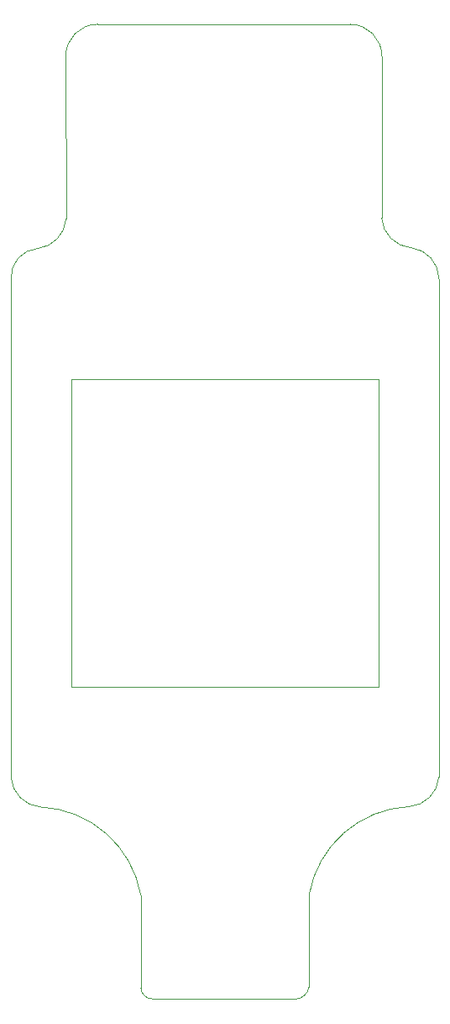
<source format=gbr>
%TF.GenerationSoftware,KiCad,Pcbnew,(6.0.6)*%
%TF.CreationDate,2023-04-06T13:29:05+02:00*%
%TF.ProjectId,1to5UnUn,31746f35-556e-4556-9e2e-6b696361645f,rev?*%
%TF.SameCoordinates,Original*%
%TF.FileFunction,Profile,NP*%
%FSLAX46Y46*%
G04 Gerber Fmt 4.6, Leading zero omitted, Abs format (unit mm)*
G04 Created by KiCad (PCBNEW (6.0.6)) date 2023-04-06 13:29:05*
%MOMM*%
%LPD*%
G01*
G04 APERTURE LIST*
%TA.AperFunction,Profile*%
%ADD10C,0.100000*%
%TD*%
%TA.AperFunction,Profile*%
%ADD11C,0.050000*%
%TD*%
G04 APERTURE END LIST*
D10*
X56448112Y-164044891D02*
X70852875Y-164060917D01*
D11*
X85335748Y-141667366D02*
X85328398Y-91515003D01*
X48260000Y-132588000D02*
X79248000Y-132588000D01*
X79248000Y-132588000D02*
X79248000Y-101600000D01*
X79248000Y-101600000D02*
X48260000Y-101600000D01*
X48260000Y-101600000D02*
X48260000Y-132588000D01*
D10*
X72237600Y-153568400D02*
X72229506Y-162839400D01*
D11*
X79578200Y-69088000D02*
G75*
G03*
X76377800Y-65887600I-3200400J0D01*
G01*
D10*
X55268338Y-162910918D02*
G75*
G03*
X56448112Y-164044891I1179862J46818D01*
G01*
D11*
X79578200Y-69088000D02*
X79552800Y-85394800D01*
X42172252Y-141718166D02*
X42189400Y-91490800D01*
X79552823Y-85394798D02*
G75*
G03*
X82557373Y-88393228I3222577J224598D01*
G01*
X42172258Y-141718166D02*
G75*
G03*
X45176825Y-144716594I3222542J224566D01*
G01*
X85328433Y-91515003D02*
G75*
G03*
X82557373Y-88393228I-3165033J-18697D01*
G01*
X47736398Y-85471000D02*
X47701200Y-69088000D01*
X50927000Y-65887600D02*
G75*
G03*
X47701200Y-69088000I-25300J-3200400D01*
G01*
X50927000Y-65887600D02*
X76377800Y-65887600D01*
D10*
X82337320Y-144671935D02*
G75*
G03*
X72237600Y-153568400I488750J-10735945D01*
G01*
X55268369Y-162910917D02*
X55270400Y-153619200D01*
X70852876Y-164060946D02*
G75*
G03*
X72229506Y-162839400I-56676J1450346D01*
G01*
X55270399Y-153619200D02*
G75*
G03*
X45176825Y-144716594I-10596539J-1840880D01*
G01*
D11*
X44856400Y-88468198D02*
G75*
G03*
X42189400Y-91490800I205830J-2869532D01*
G01*
X44856400Y-88468199D02*
G75*
G03*
X47736398Y-85471000I-354190J3222629D01*
G01*
X82337324Y-144671991D02*
G75*
G03*
X85335748Y-141667366I-224624J3222591D01*
G01*
M02*

</source>
